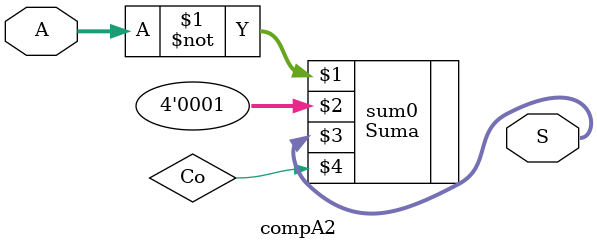
<source format=sv>
module  compA2 #(parameter P=4)(A,  S);
	input logic[P-1:0] A;
	output logic [P-1:0] S;
	
	wire Co;
	
	Suma #(P) sum0 (~A,4'b0001,S,Co);
endmodule

</source>
